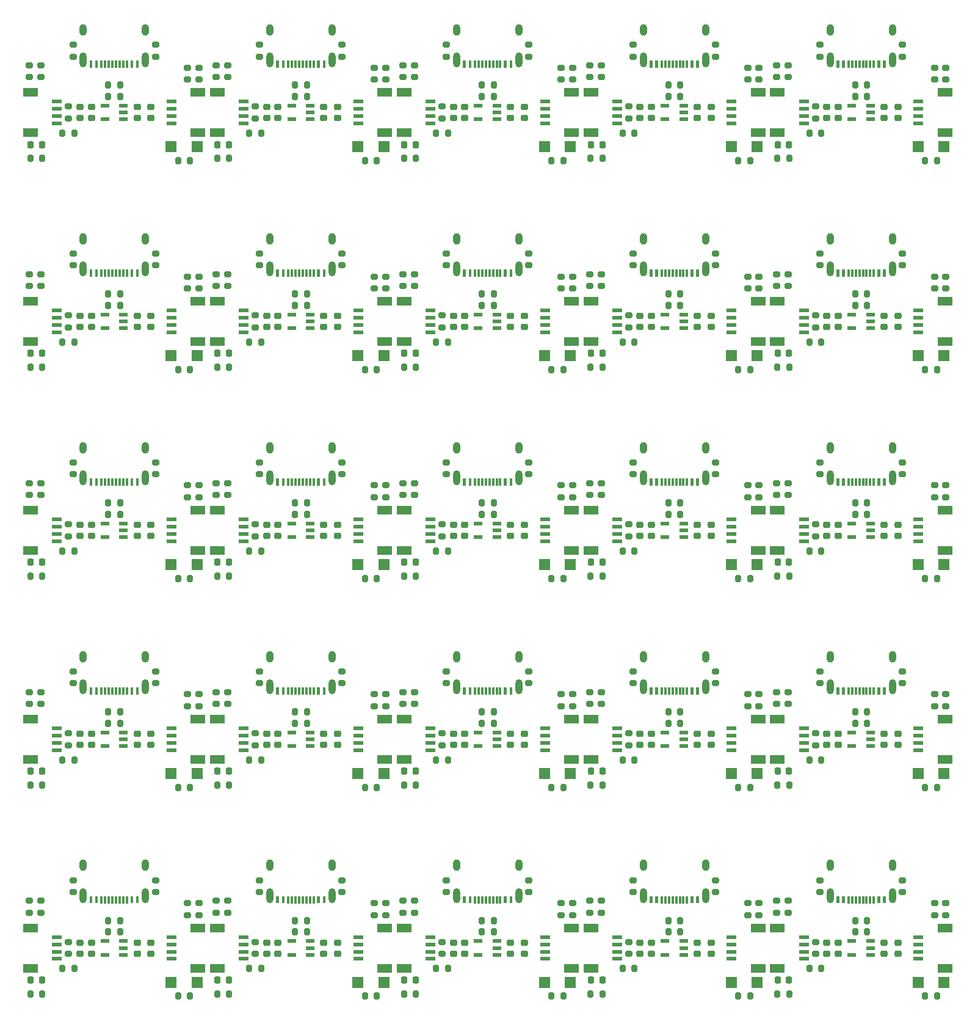
<source format=gtp>
%TF.GenerationSoftware,KiCad,Pcbnew,9.0.1*%
%TF.CreationDate,2025-09-09T14:55:51-06:00*%
%TF.ProjectId,SparkFun_Qwiic_Fingerprint_Sensor_FPC2534_panelized,53706172-6b46-4756-9e5f-51776969635f,v10*%
%TF.SameCoordinates,Original*%
%TF.FileFunction,Paste,Top*%
%TF.FilePolarity,Positive*%
%FSLAX46Y46*%
G04 Gerber Fmt 4.6, Leading zero omitted, Abs format (unit mm)*
G04 Created by KiCad (PCBNEW 9.0.1) date 2025-09-09 14:55:51*
%MOMM*%
%LPD*%
G01*
G04 APERTURE LIST*
G04 Aperture macros list*
%AMRoundRect*
0 Rectangle with rounded corners*
0 $1 Rounding radius*
0 $2 $3 $4 $5 $6 $7 $8 $9 X,Y pos of 4 corners*
0 Add a 4 corners polygon primitive as box body*
4,1,4,$2,$3,$4,$5,$6,$7,$8,$9,$2,$3,0*
0 Add four circle primitives for the rounded corners*
1,1,$1+$1,$2,$3*
1,1,$1+$1,$4,$5*
1,1,$1+$1,$6,$7*
1,1,$1+$1,$8,$9*
0 Add four rect primitives between the rounded corners*
20,1,$1+$1,$2,$3,$4,$5,0*
20,1,$1+$1,$4,$5,$6,$7,0*
20,1,$1+$1,$6,$7,$8,$9,0*
20,1,$1+$1,$8,$9,$2,$3,0*%
G04 Aperture macros list end*
%ADD10C,0.000000*%
%ADD11RoundRect,0.225000X0.250000X-0.225000X0.250000X0.225000X-0.250000X0.225000X-0.250000X-0.225000X0*%
%ADD12RoundRect,0.200000X-0.275000X0.200000X-0.275000X-0.200000X0.275000X-0.200000X0.275000X0.200000X0*%
%ADD13RoundRect,0.200000X0.200000X0.275000X-0.200000X0.275000X-0.200000X-0.275000X0.200000X-0.275000X0*%
%ADD14RoundRect,0.200000X-0.200000X-0.275000X0.200000X-0.275000X0.200000X0.275000X-0.200000X0.275000X0*%
%ADD15RoundRect,0.200000X0.275000X-0.200000X0.275000X0.200000X-0.275000X0.200000X-0.275000X-0.200000X0*%
%ADD16R,1.500000X1.600000*%
%ADD17R,1.350000X0.600000*%
%ADD18R,2.000000X1.200000*%
%ADD19R,0.300000X1.000000*%
%ADD20O,1.000000X1.600000*%
%ADD21O,1.000000X2.100000*%
%ADD22R,1.200000X0.550000*%
%ADD23RoundRect,0.218750X-0.218750X-0.256250X0.218750X-0.256250X0.218750X0.256250X-0.218750X0.256250X0*%
G04 APERTURE END LIST*
D10*
%TO.C,J4*%
G36*
X113275000Y134692000D02*
G01*
X112875000Y134692000D01*
X112875000Y135692000D01*
X113275000Y135692000D01*
X113275000Y134692000D01*
G37*
G36*
X114050000Y134692000D02*
G01*
X113650000Y134692000D01*
X113650000Y135692000D01*
X114050000Y135692000D01*
X114050000Y134692000D01*
G37*
G36*
X118950000Y134692000D02*
G01*
X118550000Y134692000D01*
X118550000Y135692000D01*
X118950000Y135692000D01*
X118950000Y134692000D01*
G37*
G36*
X119725000Y134692000D02*
G01*
X119325000Y134692000D01*
X119325000Y135692000D01*
X119725000Y135692000D01*
X119725000Y134692000D01*
G37*
G36*
X113275000Y105744000D02*
G01*
X112875000Y105744000D01*
X112875000Y106744000D01*
X113275000Y106744000D01*
X113275000Y105744000D01*
G37*
G36*
X114050000Y105744000D02*
G01*
X113650000Y105744000D01*
X113650000Y106744000D01*
X114050000Y106744000D01*
X114050000Y105744000D01*
G37*
G36*
X118950000Y105744000D02*
G01*
X118550000Y105744000D01*
X118550000Y106744000D01*
X118950000Y106744000D01*
X118950000Y105744000D01*
G37*
G36*
X119725000Y105744000D02*
G01*
X119325000Y105744000D01*
X119325000Y106744000D01*
X119725000Y106744000D01*
X119725000Y105744000D01*
G37*
G36*
X113275000Y76796000D02*
G01*
X112875000Y76796000D01*
X112875000Y77796000D01*
X113275000Y77796000D01*
X113275000Y76796000D01*
G37*
G36*
X114050000Y76796000D02*
G01*
X113650000Y76796000D01*
X113650000Y77796000D01*
X114050000Y77796000D01*
X114050000Y76796000D01*
G37*
G36*
X118950000Y76796000D02*
G01*
X118550000Y76796000D01*
X118550000Y77796000D01*
X118950000Y77796000D01*
X118950000Y76796000D01*
G37*
G36*
X119725000Y76796000D02*
G01*
X119325000Y76796000D01*
X119325000Y77796000D01*
X119725000Y77796000D01*
X119725000Y76796000D01*
G37*
G36*
X113275000Y47848000D02*
G01*
X112875000Y47848000D01*
X112875000Y48848000D01*
X113275000Y48848000D01*
X113275000Y47848000D01*
G37*
G36*
X114050000Y47848000D02*
G01*
X113650000Y47848000D01*
X113650000Y48848000D01*
X114050000Y48848000D01*
X114050000Y47848000D01*
G37*
G36*
X118950000Y47848000D02*
G01*
X118550000Y47848000D01*
X118550000Y48848000D01*
X118950000Y48848000D01*
X118950000Y47848000D01*
G37*
G36*
X119725000Y47848000D02*
G01*
X119325000Y47848000D01*
X119325000Y48848000D01*
X119725000Y48848000D01*
X119725000Y47848000D01*
G37*
G36*
X113275000Y18900000D02*
G01*
X112875000Y18900000D01*
X112875000Y19900000D01*
X113275000Y19900000D01*
X113275000Y18900000D01*
G37*
G36*
X114050000Y18900000D02*
G01*
X113650000Y18900000D01*
X113650000Y19900000D01*
X114050000Y19900000D01*
X114050000Y18900000D01*
G37*
G36*
X118950000Y18900000D02*
G01*
X118550000Y18900000D01*
X118550000Y19900000D01*
X118950000Y19900000D01*
X118950000Y18900000D01*
G37*
G36*
X119725000Y18900000D02*
G01*
X119325000Y18900000D01*
X119325000Y19900000D01*
X119725000Y19900000D01*
X119725000Y18900000D01*
G37*
G36*
X87375000Y134692000D02*
G01*
X86975000Y134692000D01*
X86975000Y135692000D01*
X87375000Y135692000D01*
X87375000Y134692000D01*
G37*
G36*
X88150000Y134692000D02*
G01*
X87750000Y134692000D01*
X87750000Y135692000D01*
X88150000Y135692000D01*
X88150000Y134692000D01*
G37*
G36*
X93050000Y134692000D02*
G01*
X92650000Y134692000D01*
X92650000Y135692000D01*
X93050000Y135692000D01*
X93050000Y134692000D01*
G37*
G36*
X93825000Y134692000D02*
G01*
X93425000Y134692000D01*
X93425000Y135692000D01*
X93825000Y135692000D01*
X93825000Y134692000D01*
G37*
G36*
X87375000Y105744000D02*
G01*
X86975000Y105744000D01*
X86975000Y106744000D01*
X87375000Y106744000D01*
X87375000Y105744000D01*
G37*
G36*
X88150000Y105744000D02*
G01*
X87750000Y105744000D01*
X87750000Y106744000D01*
X88150000Y106744000D01*
X88150000Y105744000D01*
G37*
G36*
X93050000Y105744000D02*
G01*
X92650000Y105744000D01*
X92650000Y106744000D01*
X93050000Y106744000D01*
X93050000Y105744000D01*
G37*
G36*
X93825000Y105744000D02*
G01*
X93425000Y105744000D01*
X93425000Y106744000D01*
X93825000Y106744000D01*
X93825000Y105744000D01*
G37*
G36*
X87375000Y76796000D02*
G01*
X86975000Y76796000D01*
X86975000Y77796000D01*
X87375000Y77796000D01*
X87375000Y76796000D01*
G37*
G36*
X88150000Y76796000D02*
G01*
X87750000Y76796000D01*
X87750000Y77796000D01*
X88150000Y77796000D01*
X88150000Y76796000D01*
G37*
G36*
X93050000Y76796000D02*
G01*
X92650000Y76796000D01*
X92650000Y77796000D01*
X93050000Y77796000D01*
X93050000Y76796000D01*
G37*
G36*
X93825000Y76796000D02*
G01*
X93425000Y76796000D01*
X93425000Y77796000D01*
X93825000Y77796000D01*
X93825000Y76796000D01*
G37*
G36*
X87375000Y47848000D02*
G01*
X86975000Y47848000D01*
X86975000Y48848000D01*
X87375000Y48848000D01*
X87375000Y47848000D01*
G37*
G36*
X88150000Y47848000D02*
G01*
X87750000Y47848000D01*
X87750000Y48848000D01*
X88150000Y48848000D01*
X88150000Y47848000D01*
G37*
G36*
X93050000Y47848000D02*
G01*
X92650000Y47848000D01*
X92650000Y48848000D01*
X93050000Y48848000D01*
X93050000Y47848000D01*
G37*
G36*
X93825000Y47848000D02*
G01*
X93425000Y47848000D01*
X93425000Y48848000D01*
X93825000Y48848000D01*
X93825000Y47848000D01*
G37*
G36*
X87375000Y18900000D02*
G01*
X86975000Y18900000D01*
X86975000Y19900000D01*
X87375000Y19900000D01*
X87375000Y18900000D01*
G37*
G36*
X88150000Y18900000D02*
G01*
X87750000Y18900000D01*
X87750000Y19900000D01*
X88150000Y19900000D01*
X88150000Y18900000D01*
G37*
G36*
X93050000Y18900000D02*
G01*
X92650000Y18900000D01*
X92650000Y19900000D01*
X93050000Y19900000D01*
X93050000Y18900000D01*
G37*
G36*
X93825000Y18900000D02*
G01*
X93425000Y18900000D01*
X93425000Y19900000D01*
X93825000Y19900000D01*
X93825000Y18900000D01*
G37*
G36*
X61475000Y134692000D02*
G01*
X61075000Y134692000D01*
X61075000Y135692000D01*
X61475000Y135692000D01*
X61475000Y134692000D01*
G37*
G36*
X62250000Y134692000D02*
G01*
X61850000Y134692000D01*
X61850000Y135692000D01*
X62250000Y135692000D01*
X62250000Y134692000D01*
G37*
G36*
X67150000Y134692000D02*
G01*
X66750000Y134692000D01*
X66750000Y135692000D01*
X67150000Y135692000D01*
X67150000Y134692000D01*
G37*
G36*
X67925000Y134692000D02*
G01*
X67525000Y134692000D01*
X67525000Y135692000D01*
X67925000Y135692000D01*
X67925000Y134692000D01*
G37*
G36*
X61475000Y105744000D02*
G01*
X61075000Y105744000D01*
X61075000Y106744000D01*
X61475000Y106744000D01*
X61475000Y105744000D01*
G37*
G36*
X62250000Y105744000D02*
G01*
X61850000Y105744000D01*
X61850000Y106744000D01*
X62250000Y106744000D01*
X62250000Y105744000D01*
G37*
G36*
X67150000Y105744000D02*
G01*
X66750000Y105744000D01*
X66750000Y106744000D01*
X67150000Y106744000D01*
X67150000Y105744000D01*
G37*
G36*
X67925000Y105744000D02*
G01*
X67525000Y105744000D01*
X67525000Y106744000D01*
X67925000Y106744000D01*
X67925000Y105744000D01*
G37*
G36*
X61475000Y76796000D02*
G01*
X61075000Y76796000D01*
X61075000Y77796000D01*
X61475000Y77796000D01*
X61475000Y76796000D01*
G37*
G36*
X62250000Y76796000D02*
G01*
X61850000Y76796000D01*
X61850000Y77796000D01*
X62250000Y77796000D01*
X62250000Y76796000D01*
G37*
G36*
X67150000Y76796000D02*
G01*
X66750000Y76796000D01*
X66750000Y77796000D01*
X67150000Y77796000D01*
X67150000Y76796000D01*
G37*
G36*
X67925000Y76796000D02*
G01*
X67525000Y76796000D01*
X67525000Y77796000D01*
X67925000Y77796000D01*
X67925000Y76796000D01*
G37*
G36*
X61475000Y47848000D02*
G01*
X61075000Y47848000D01*
X61075000Y48848000D01*
X61475000Y48848000D01*
X61475000Y47848000D01*
G37*
G36*
X62250000Y47848000D02*
G01*
X61850000Y47848000D01*
X61850000Y48848000D01*
X62250000Y48848000D01*
X62250000Y47848000D01*
G37*
G36*
X67150000Y47848000D02*
G01*
X66750000Y47848000D01*
X66750000Y48848000D01*
X67150000Y48848000D01*
X67150000Y47848000D01*
G37*
G36*
X67925000Y47848000D02*
G01*
X67525000Y47848000D01*
X67525000Y48848000D01*
X67925000Y48848000D01*
X67925000Y47848000D01*
G37*
G36*
X61475000Y18900000D02*
G01*
X61075000Y18900000D01*
X61075000Y19900000D01*
X61475000Y19900000D01*
X61475000Y18900000D01*
G37*
G36*
X62250000Y18900000D02*
G01*
X61850000Y18900000D01*
X61850000Y19900000D01*
X62250000Y19900000D01*
X62250000Y18900000D01*
G37*
G36*
X67150000Y18900000D02*
G01*
X66750000Y18900000D01*
X66750000Y19900000D01*
X67150000Y19900000D01*
X67150000Y18900000D01*
G37*
G36*
X67925000Y18900000D02*
G01*
X67525000Y18900000D01*
X67525000Y19900000D01*
X67925000Y19900000D01*
X67925000Y18900000D01*
G37*
G36*
X35575000Y134692000D02*
G01*
X35175000Y134692000D01*
X35175000Y135692000D01*
X35575000Y135692000D01*
X35575000Y134692000D01*
G37*
G36*
X36350000Y134692000D02*
G01*
X35950000Y134692000D01*
X35950000Y135692000D01*
X36350000Y135692000D01*
X36350000Y134692000D01*
G37*
G36*
X41250000Y134692000D02*
G01*
X40850000Y134692000D01*
X40850000Y135692000D01*
X41250000Y135692000D01*
X41250000Y134692000D01*
G37*
G36*
X42025000Y134692000D02*
G01*
X41625000Y134692000D01*
X41625000Y135692000D01*
X42025000Y135692000D01*
X42025000Y134692000D01*
G37*
G36*
X35575000Y105744000D02*
G01*
X35175000Y105744000D01*
X35175000Y106744000D01*
X35575000Y106744000D01*
X35575000Y105744000D01*
G37*
G36*
X36350000Y105744000D02*
G01*
X35950000Y105744000D01*
X35950000Y106744000D01*
X36350000Y106744000D01*
X36350000Y105744000D01*
G37*
G36*
X41250000Y105744000D02*
G01*
X40850000Y105744000D01*
X40850000Y106744000D01*
X41250000Y106744000D01*
X41250000Y105744000D01*
G37*
G36*
X42025000Y105744000D02*
G01*
X41625000Y105744000D01*
X41625000Y106744000D01*
X42025000Y106744000D01*
X42025000Y105744000D01*
G37*
G36*
X35575000Y76796000D02*
G01*
X35175000Y76796000D01*
X35175000Y77796000D01*
X35575000Y77796000D01*
X35575000Y76796000D01*
G37*
G36*
X36350000Y76796000D02*
G01*
X35950000Y76796000D01*
X35950000Y77796000D01*
X36350000Y77796000D01*
X36350000Y76796000D01*
G37*
G36*
X41250000Y76796000D02*
G01*
X40850000Y76796000D01*
X40850000Y77796000D01*
X41250000Y77796000D01*
X41250000Y76796000D01*
G37*
G36*
X42025000Y76796000D02*
G01*
X41625000Y76796000D01*
X41625000Y77796000D01*
X42025000Y77796000D01*
X42025000Y76796000D01*
G37*
G36*
X35575000Y47848000D02*
G01*
X35175000Y47848000D01*
X35175000Y48848000D01*
X35575000Y48848000D01*
X35575000Y47848000D01*
G37*
G36*
X36350000Y47848000D02*
G01*
X35950000Y47848000D01*
X35950000Y48848000D01*
X36350000Y48848000D01*
X36350000Y47848000D01*
G37*
G36*
X41250000Y47848000D02*
G01*
X40850000Y47848000D01*
X40850000Y48848000D01*
X41250000Y48848000D01*
X41250000Y47848000D01*
G37*
G36*
X42025000Y47848000D02*
G01*
X41625000Y47848000D01*
X41625000Y48848000D01*
X42025000Y48848000D01*
X42025000Y47848000D01*
G37*
G36*
X35575000Y18900000D02*
G01*
X35175000Y18900000D01*
X35175000Y19900000D01*
X35575000Y19900000D01*
X35575000Y18900000D01*
G37*
G36*
X36350000Y18900000D02*
G01*
X35950000Y18900000D01*
X35950000Y19900000D01*
X36350000Y19900000D01*
X36350000Y18900000D01*
G37*
G36*
X41250000Y18900000D02*
G01*
X40850000Y18900000D01*
X40850000Y19900000D01*
X41250000Y19900000D01*
X41250000Y18900000D01*
G37*
G36*
X42025000Y18900000D02*
G01*
X41625000Y18900000D01*
X41625000Y19900000D01*
X42025000Y19900000D01*
X42025000Y18900000D01*
G37*
G36*
X9675000Y134692000D02*
G01*
X9275000Y134692000D01*
X9275000Y135692000D01*
X9675000Y135692000D01*
X9675000Y134692000D01*
G37*
G36*
X10450000Y134692000D02*
G01*
X10050000Y134692000D01*
X10050000Y135692000D01*
X10450000Y135692000D01*
X10450000Y134692000D01*
G37*
G36*
X15350000Y134692000D02*
G01*
X14950000Y134692000D01*
X14950000Y135692000D01*
X15350000Y135692000D01*
X15350000Y134692000D01*
G37*
G36*
X16125000Y134692000D02*
G01*
X15725000Y134692000D01*
X15725000Y135692000D01*
X16125000Y135692000D01*
X16125000Y134692000D01*
G37*
G36*
X9675000Y105744000D02*
G01*
X9275000Y105744000D01*
X9275000Y106744000D01*
X9675000Y106744000D01*
X9675000Y105744000D01*
G37*
G36*
X10450000Y105744000D02*
G01*
X10050000Y105744000D01*
X10050000Y106744000D01*
X10450000Y106744000D01*
X10450000Y105744000D01*
G37*
G36*
X15350000Y105744000D02*
G01*
X14950000Y105744000D01*
X14950000Y106744000D01*
X15350000Y106744000D01*
X15350000Y105744000D01*
G37*
G36*
X16125000Y105744000D02*
G01*
X15725000Y105744000D01*
X15725000Y106744000D01*
X16125000Y106744000D01*
X16125000Y105744000D01*
G37*
G36*
X9675000Y76796000D02*
G01*
X9275000Y76796000D01*
X9275000Y77796000D01*
X9675000Y77796000D01*
X9675000Y76796000D01*
G37*
G36*
X10450000Y76796000D02*
G01*
X10050000Y76796000D01*
X10050000Y77796000D01*
X10450000Y77796000D01*
X10450000Y76796000D01*
G37*
G36*
X15350000Y76796000D02*
G01*
X14950000Y76796000D01*
X14950000Y77796000D01*
X15350000Y77796000D01*
X15350000Y76796000D01*
G37*
G36*
X16125000Y76796000D02*
G01*
X15725000Y76796000D01*
X15725000Y77796000D01*
X16125000Y77796000D01*
X16125000Y76796000D01*
G37*
G36*
X9675000Y47848000D02*
G01*
X9275000Y47848000D01*
X9275000Y48848000D01*
X9675000Y48848000D01*
X9675000Y47848000D01*
G37*
G36*
X10450000Y47848000D02*
G01*
X10050000Y47848000D01*
X10050000Y48848000D01*
X10450000Y48848000D01*
X10450000Y47848000D01*
G37*
G36*
X15350000Y47848000D02*
G01*
X14950000Y47848000D01*
X14950000Y48848000D01*
X15350000Y48848000D01*
X15350000Y47848000D01*
G37*
G36*
X16125000Y47848000D02*
G01*
X15725000Y47848000D01*
X15725000Y48848000D01*
X16125000Y48848000D01*
X16125000Y47848000D01*
G37*
G36*
X9675000Y18900000D02*
G01*
X9275000Y18900000D01*
X9275000Y19900000D01*
X9675000Y19900000D01*
X9675000Y18900000D01*
G37*
G36*
X10450000Y18900000D02*
G01*
X10050000Y18900000D01*
X10050000Y19900000D01*
X10450000Y19900000D01*
X10450000Y18900000D01*
G37*
G36*
X15350000Y18900000D02*
G01*
X14950000Y18900000D01*
X14950000Y19900000D01*
X15350000Y19900000D01*
X15350000Y18900000D01*
G37*
G36*
X16125000Y18900000D02*
G01*
X15725000Y18900000D01*
X15725000Y19900000D01*
X16125000Y19900000D01*
X16125000Y18900000D01*
G37*
%TD*%
D11*
%TO.C,C3*%
X121380000Y127717000D03*
X121380000Y129267000D03*
%TD*%
%TO.C,C3*%
X121380000Y98769000D03*
X121380000Y100319000D03*
%TD*%
%TO.C,C3*%
X121380000Y69821000D03*
X121380000Y71371000D03*
%TD*%
%TO.C,C3*%
X121380000Y40873000D03*
X121380000Y42423000D03*
%TD*%
%TO.C,C3*%
X121380000Y11925000D03*
X121380000Y13475000D03*
%TD*%
%TO.C,C3*%
X95480000Y127717000D03*
X95480000Y129267000D03*
%TD*%
%TO.C,C3*%
X95480000Y98769000D03*
X95480000Y100319000D03*
%TD*%
%TO.C,C3*%
X95480000Y69821000D03*
X95480000Y71371000D03*
%TD*%
%TO.C,C3*%
X95480000Y40873000D03*
X95480000Y42423000D03*
%TD*%
%TO.C,C3*%
X95480000Y11925000D03*
X95480000Y13475000D03*
%TD*%
%TO.C,C3*%
X69580000Y127717000D03*
X69580000Y129267000D03*
%TD*%
%TO.C,C3*%
X69580000Y98769000D03*
X69580000Y100319000D03*
%TD*%
%TO.C,C3*%
X69580000Y69821000D03*
X69580000Y71371000D03*
%TD*%
%TO.C,C3*%
X69580000Y40873000D03*
X69580000Y42423000D03*
%TD*%
%TO.C,C3*%
X69580000Y11925000D03*
X69580000Y13475000D03*
%TD*%
%TO.C,C3*%
X43680000Y127717000D03*
X43680000Y129267000D03*
%TD*%
%TO.C,C3*%
X43680000Y98769000D03*
X43680000Y100319000D03*
%TD*%
%TO.C,C3*%
X43680000Y69821000D03*
X43680000Y71371000D03*
%TD*%
%TO.C,C3*%
X43680000Y40873000D03*
X43680000Y42423000D03*
%TD*%
%TO.C,C3*%
X43680000Y11925000D03*
X43680000Y13475000D03*
%TD*%
%TO.C,C3*%
X17780000Y127717000D03*
X17780000Y129267000D03*
%TD*%
%TO.C,C3*%
X17780000Y98769000D03*
X17780000Y100319000D03*
%TD*%
%TO.C,C3*%
X17780000Y69821000D03*
X17780000Y71371000D03*
%TD*%
%TO.C,C3*%
X17780000Y40873000D03*
X17780000Y42423000D03*
%TD*%
%TO.C,C2*%
X119475000Y127717000D03*
X119475000Y129267000D03*
%TD*%
%TO.C,C2*%
X119475000Y98769000D03*
X119475000Y100319000D03*
%TD*%
%TO.C,C2*%
X119475000Y69821000D03*
X119475000Y71371000D03*
%TD*%
%TO.C,C2*%
X119475000Y40873000D03*
X119475000Y42423000D03*
%TD*%
%TO.C,C2*%
X119475000Y11925000D03*
X119475000Y13475000D03*
%TD*%
%TO.C,C2*%
X93575000Y127717000D03*
X93575000Y129267000D03*
%TD*%
%TO.C,C2*%
X93575000Y98769000D03*
X93575000Y100319000D03*
%TD*%
%TO.C,C2*%
X93575000Y69821000D03*
X93575000Y71371000D03*
%TD*%
%TO.C,C2*%
X93575000Y40873000D03*
X93575000Y42423000D03*
%TD*%
%TO.C,C2*%
X93575000Y11925000D03*
X93575000Y13475000D03*
%TD*%
%TO.C,C2*%
X67675000Y127717000D03*
X67675000Y129267000D03*
%TD*%
%TO.C,C2*%
X67675000Y98769000D03*
X67675000Y100319000D03*
%TD*%
%TO.C,C2*%
X67675000Y69821000D03*
X67675000Y71371000D03*
%TD*%
%TO.C,C2*%
X67675000Y40873000D03*
X67675000Y42423000D03*
%TD*%
%TO.C,C2*%
X67675000Y11925000D03*
X67675000Y13475000D03*
%TD*%
%TO.C,C2*%
X41775000Y127717000D03*
X41775000Y129267000D03*
%TD*%
%TO.C,C2*%
X41775000Y98769000D03*
X41775000Y100319000D03*
%TD*%
%TO.C,C2*%
X41775000Y69821000D03*
X41775000Y71371000D03*
%TD*%
%TO.C,C2*%
X41775000Y40873000D03*
X41775000Y42423000D03*
%TD*%
%TO.C,C2*%
X41775000Y11925000D03*
X41775000Y13475000D03*
%TD*%
%TO.C,C2*%
X15875000Y127717000D03*
X15875000Y129267000D03*
%TD*%
%TO.C,C2*%
X15875000Y98769000D03*
X15875000Y100319000D03*
%TD*%
%TO.C,C2*%
X15875000Y69821000D03*
X15875000Y71371000D03*
%TD*%
%TO.C,C2*%
X15875000Y40873000D03*
X15875000Y42423000D03*
%TD*%
D12*
%TO.C,R5*%
X104552500Y135032000D03*
X104552500Y133382000D03*
%TD*%
%TO.C,R5*%
X104552500Y106084000D03*
X104552500Y104434000D03*
%TD*%
%TO.C,R5*%
X104552500Y77136000D03*
X104552500Y75486000D03*
%TD*%
%TO.C,R5*%
X104552500Y48188000D03*
X104552500Y46538000D03*
%TD*%
%TO.C,R5*%
X104552500Y19240000D03*
X104552500Y17590000D03*
%TD*%
%TO.C,R5*%
X78652500Y135032000D03*
X78652500Y133382000D03*
%TD*%
%TO.C,R5*%
X78652500Y106084000D03*
X78652500Y104434000D03*
%TD*%
%TO.C,R5*%
X78652500Y77136000D03*
X78652500Y75486000D03*
%TD*%
%TO.C,R5*%
X78652500Y48188000D03*
X78652500Y46538000D03*
%TD*%
%TO.C,R5*%
X78652500Y19240000D03*
X78652500Y17590000D03*
%TD*%
%TO.C,R5*%
X52752500Y135032000D03*
X52752500Y133382000D03*
%TD*%
%TO.C,R5*%
X52752500Y106084000D03*
X52752500Y104434000D03*
%TD*%
%TO.C,R5*%
X52752500Y77136000D03*
X52752500Y75486000D03*
%TD*%
%TO.C,R5*%
X52752500Y48188000D03*
X52752500Y46538000D03*
%TD*%
%TO.C,R5*%
X52752500Y19240000D03*
X52752500Y17590000D03*
%TD*%
%TO.C,R5*%
X26852500Y135032000D03*
X26852500Y133382000D03*
%TD*%
%TO.C,R5*%
X26852500Y106084000D03*
X26852500Y104434000D03*
%TD*%
%TO.C,R5*%
X26852500Y77136000D03*
X26852500Y75486000D03*
%TD*%
%TO.C,R5*%
X26852500Y48188000D03*
X26852500Y46538000D03*
%TD*%
%TO.C,R5*%
X26852500Y19240000D03*
X26852500Y17590000D03*
%TD*%
%TO.C,R5*%
X952500Y135032000D03*
X952500Y133382000D03*
%TD*%
%TO.C,R5*%
X952500Y106084000D03*
X952500Y104434000D03*
%TD*%
%TO.C,R5*%
X952500Y77136000D03*
X952500Y75486000D03*
%TD*%
%TO.C,R5*%
X952500Y48188000D03*
X952500Y46538000D03*
%TD*%
D13*
%TO.C,R10*%
X126808750Y121824500D03*
X125158750Y121824500D03*
%TD*%
%TO.C,R10*%
X126808750Y92876500D03*
X125158750Y92876500D03*
%TD*%
%TO.C,R10*%
X126808750Y63928500D03*
X125158750Y63928500D03*
%TD*%
%TO.C,R10*%
X126808750Y34980500D03*
X125158750Y34980500D03*
%TD*%
%TO.C,R10*%
X126808750Y6032500D03*
X125158750Y6032500D03*
%TD*%
%TO.C,R10*%
X100908750Y121824500D03*
X99258750Y121824500D03*
%TD*%
%TO.C,R10*%
X100908750Y92876500D03*
X99258750Y92876500D03*
%TD*%
%TO.C,R10*%
X100908750Y63928500D03*
X99258750Y63928500D03*
%TD*%
%TO.C,R10*%
X100908750Y34980500D03*
X99258750Y34980500D03*
%TD*%
%TO.C,R10*%
X100908750Y6032500D03*
X99258750Y6032500D03*
%TD*%
%TO.C,R10*%
X75008750Y121824500D03*
X73358750Y121824500D03*
%TD*%
%TO.C,R10*%
X75008750Y92876500D03*
X73358750Y92876500D03*
%TD*%
%TO.C,R10*%
X75008750Y63928500D03*
X73358750Y63928500D03*
%TD*%
%TO.C,R10*%
X75008750Y34980500D03*
X73358750Y34980500D03*
%TD*%
%TO.C,R10*%
X75008750Y6032500D03*
X73358750Y6032500D03*
%TD*%
%TO.C,R10*%
X49108750Y121824500D03*
X47458750Y121824500D03*
%TD*%
%TO.C,R10*%
X49108750Y92876500D03*
X47458750Y92876500D03*
%TD*%
%TO.C,R10*%
X49108750Y63928500D03*
X47458750Y63928500D03*
%TD*%
%TO.C,R10*%
X49108750Y34980500D03*
X47458750Y34980500D03*
%TD*%
%TO.C,R10*%
X49108750Y6032500D03*
X47458750Y6032500D03*
%TD*%
%TO.C,R10*%
X23208750Y121824500D03*
X21558750Y121824500D03*
%TD*%
%TO.C,R10*%
X23208750Y92876500D03*
X21558750Y92876500D03*
%TD*%
%TO.C,R10*%
X23208750Y63928500D03*
X21558750Y63928500D03*
%TD*%
%TO.C,R10*%
X23208750Y34980500D03*
X21558750Y34980500D03*
%TD*%
D14*
%TO.C,R3*%
X104680000Y122142000D03*
X106330000Y122142000D03*
%TD*%
%TO.C,R3*%
X104680000Y93194000D03*
X106330000Y93194000D03*
%TD*%
%TO.C,R3*%
X104680000Y64246000D03*
X106330000Y64246000D03*
%TD*%
%TO.C,R3*%
X104680000Y35298000D03*
X106330000Y35298000D03*
%TD*%
%TO.C,R3*%
X104680000Y6350000D03*
X106330000Y6350000D03*
%TD*%
%TO.C,R3*%
X78780000Y122142000D03*
X80430000Y122142000D03*
%TD*%
%TO.C,R3*%
X78780000Y93194000D03*
X80430000Y93194000D03*
%TD*%
%TO.C,R3*%
X78780000Y64246000D03*
X80430000Y64246000D03*
%TD*%
%TO.C,R3*%
X78780000Y35298000D03*
X80430000Y35298000D03*
%TD*%
%TO.C,R3*%
X78780000Y6350000D03*
X80430000Y6350000D03*
%TD*%
%TO.C,R3*%
X52880000Y122142000D03*
X54530000Y122142000D03*
%TD*%
%TO.C,R3*%
X52880000Y93194000D03*
X54530000Y93194000D03*
%TD*%
%TO.C,R3*%
X52880000Y64246000D03*
X54530000Y64246000D03*
%TD*%
%TO.C,R3*%
X52880000Y35298000D03*
X54530000Y35298000D03*
%TD*%
%TO.C,R3*%
X52880000Y6350000D03*
X54530000Y6350000D03*
%TD*%
%TO.C,R3*%
X26980000Y122142000D03*
X28630000Y122142000D03*
%TD*%
%TO.C,R3*%
X26980000Y93194000D03*
X28630000Y93194000D03*
%TD*%
%TO.C,R3*%
X26980000Y64246000D03*
X28630000Y64246000D03*
%TD*%
%TO.C,R3*%
X26980000Y35298000D03*
X28630000Y35298000D03*
%TD*%
%TO.C,R3*%
X26980000Y6350000D03*
X28630000Y6350000D03*
%TD*%
%TO.C,R3*%
X1080000Y122142000D03*
X2730000Y122142000D03*
%TD*%
%TO.C,R3*%
X1080000Y93194000D03*
X2730000Y93194000D03*
%TD*%
%TO.C,R3*%
X1080000Y64246000D03*
X2730000Y64246000D03*
%TD*%
%TO.C,R3*%
X1080000Y35298000D03*
X2730000Y35298000D03*
%TD*%
D15*
%TO.C,R4*%
X122015000Y136239500D03*
X122015000Y137889500D03*
%TD*%
%TO.C,R4*%
X122015000Y107291500D03*
X122015000Y108941500D03*
%TD*%
%TO.C,R4*%
X122015000Y78343500D03*
X122015000Y79993500D03*
%TD*%
%TO.C,R4*%
X122015000Y49395500D03*
X122015000Y51045500D03*
%TD*%
%TO.C,R4*%
X122015000Y20447500D03*
X122015000Y22097500D03*
%TD*%
%TO.C,R4*%
X96115000Y136239500D03*
X96115000Y137889500D03*
%TD*%
%TO.C,R4*%
X96115000Y107291500D03*
X96115000Y108941500D03*
%TD*%
%TO.C,R4*%
X96115000Y78343500D03*
X96115000Y79993500D03*
%TD*%
%TO.C,R4*%
X96115000Y49395500D03*
X96115000Y51045500D03*
%TD*%
%TO.C,R4*%
X96115000Y20447500D03*
X96115000Y22097500D03*
%TD*%
%TO.C,R4*%
X70215000Y136239500D03*
X70215000Y137889500D03*
%TD*%
%TO.C,R4*%
X70215000Y107291500D03*
X70215000Y108941500D03*
%TD*%
%TO.C,R4*%
X70215000Y78343500D03*
X70215000Y79993500D03*
%TD*%
%TO.C,R4*%
X70215000Y49395500D03*
X70215000Y51045500D03*
%TD*%
%TO.C,R4*%
X70215000Y20447500D03*
X70215000Y22097500D03*
%TD*%
%TO.C,R4*%
X44315000Y136239500D03*
X44315000Y137889500D03*
%TD*%
%TO.C,R4*%
X44315000Y107291500D03*
X44315000Y108941500D03*
%TD*%
%TO.C,R4*%
X44315000Y78343500D03*
X44315000Y79993500D03*
%TD*%
%TO.C,R4*%
X44315000Y49395500D03*
X44315000Y51045500D03*
%TD*%
%TO.C,R4*%
X44315000Y20447500D03*
X44315000Y22097500D03*
%TD*%
%TO.C,R4*%
X18415000Y136239500D03*
X18415000Y137889500D03*
%TD*%
%TO.C,R4*%
X18415000Y107291500D03*
X18415000Y108941500D03*
%TD*%
%TO.C,R4*%
X18415000Y78343500D03*
X18415000Y79993500D03*
%TD*%
%TO.C,R4*%
X18415000Y49395500D03*
X18415000Y51045500D03*
%TD*%
D13*
%TO.C,R11*%
X110775000Y125634500D03*
X109125000Y125634500D03*
%TD*%
%TO.C,R11*%
X110775000Y96686500D03*
X109125000Y96686500D03*
%TD*%
%TO.C,R11*%
X110775000Y67738500D03*
X109125000Y67738500D03*
%TD*%
%TO.C,R11*%
X110775000Y38790500D03*
X109125000Y38790500D03*
%TD*%
%TO.C,R11*%
X110775000Y9842500D03*
X109125000Y9842500D03*
%TD*%
%TO.C,R11*%
X84875000Y125634500D03*
X83225000Y125634500D03*
%TD*%
%TO.C,R11*%
X84875000Y96686500D03*
X83225000Y96686500D03*
%TD*%
%TO.C,R11*%
X84875000Y67738500D03*
X83225000Y67738500D03*
%TD*%
%TO.C,R11*%
X84875000Y38790500D03*
X83225000Y38790500D03*
%TD*%
%TO.C,R11*%
X84875000Y9842500D03*
X83225000Y9842500D03*
%TD*%
%TO.C,R11*%
X58975000Y125634500D03*
X57325000Y125634500D03*
%TD*%
%TO.C,R11*%
X58975000Y96686500D03*
X57325000Y96686500D03*
%TD*%
%TO.C,R11*%
X58975000Y67738500D03*
X57325000Y67738500D03*
%TD*%
%TO.C,R11*%
X58975000Y38790500D03*
X57325000Y38790500D03*
%TD*%
%TO.C,R11*%
X58975000Y9842500D03*
X57325000Y9842500D03*
%TD*%
%TO.C,R11*%
X33075000Y125634500D03*
X31425000Y125634500D03*
%TD*%
%TO.C,R11*%
X33075000Y96686500D03*
X31425000Y96686500D03*
%TD*%
%TO.C,R11*%
X33075000Y67738500D03*
X31425000Y67738500D03*
%TD*%
%TO.C,R11*%
X33075000Y38790500D03*
X31425000Y38790500D03*
%TD*%
%TO.C,R11*%
X33075000Y9842500D03*
X31425000Y9842500D03*
%TD*%
%TO.C,R11*%
X7175000Y125634500D03*
X5525000Y125634500D03*
%TD*%
%TO.C,R11*%
X7175000Y96686500D03*
X5525000Y96686500D03*
%TD*%
%TO.C,R11*%
X7175000Y67738500D03*
X5525000Y67738500D03*
%TD*%
%TO.C,R11*%
X7175000Y38790500D03*
X5525000Y38790500D03*
%TD*%
D12*
%TO.C,R8*%
X128047500Y134714500D03*
X128047500Y133064500D03*
%TD*%
%TO.C,R8*%
X128047500Y105766500D03*
X128047500Y104116500D03*
%TD*%
%TO.C,R8*%
X128047500Y76818500D03*
X128047500Y75168500D03*
%TD*%
%TO.C,R8*%
X128047500Y47870500D03*
X128047500Y46220500D03*
%TD*%
%TO.C,R8*%
X128047500Y18922500D03*
X128047500Y17272500D03*
%TD*%
%TO.C,R8*%
X102147500Y134714500D03*
X102147500Y133064500D03*
%TD*%
%TO.C,R8*%
X102147500Y105766500D03*
X102147500Y104116500D03*
%TD*%
%TO.C,R8*%
X102147500Y76818500D03*
X102147500Y75168500D03*
%TD*%
%TO.C,R8*%
X102147500Y47870500D03*
X102147500Y46220500D03*
%TD*%
%TO.C,R8*%
X102147500Y18922500D03*
X102147500Y17272500D03*
%TD*%
%TO.C,R8*%
X76247500Y134714500D03*
X76247500Y133064500D03*
%TD*%
%TO.C,R8*%
X76247500Y105766500D03*
X76247500Y104116500D03*
%TD*%
%TO.C,R8*%
X76247500Y76818500D03*
X76247500Y75168500D03*
%TD*%
%TO.C,R8*%
X76247500Y47870500D03*
X76247500Y46220500D03*
%TD*%
%TO.C,R8*%
X76247500Y18922500D03*
X76247500Y17272500D03*
%TD*%
%TO.C,R8*%
X50347500Y134714500D03*
X50347500Y133064500D03*
%TD*%
%TO.C,R8*%
X50347500Y105766500D03*
X50347500Y104116500D03*
%TD*%
%TO.C,R8*%
X50347500Y76818500D03*
X50347500Y75168500D03*
%TD*%
%TO.C,R8*%
X50347500Y47870500D03*
X50347500Y46220500D03*
%TD*%
%TO.C,R8*%
X50347500Y18922500D03*
X50347500Y17272500D03*
%TD*%
%TO.C,R8*%
X24447500Y134714500D03*
X24447500Y133064500D03*
%TD*%
%TO.C,R8*%
X24447500Y105766500D03*
X24447500Y104116500D03*
%TD*%
%TO.C,R8*%
X24447500Y76818500D03*
X24447500Y75168500D03*
%TD*%
%TO.C,R8*%
X24447500Y47870500D03*
X24447500Y46220500D03*
%TD*%
D16*
%TO.C,D2*%
X127783750Y123729500D03*
X124183750Y123729500D03*
%TD*%
%TO.C,D2*%
X127783750Y94781500D03*
X124183750Y94781500D03*
%TD*%
%TO.C,D2*%
X127783750Y65833500D03*
X124183750Y65833500D03*
%TD*%
%TO.C,D2*%
X127783750Y36885500D03*
X124183750Y36885500D03*
%TD*%
%TO.C,D2*%
X127783750Y7937500D03*
X124183750Y7937500D03*
%TD*%
%TO.C,D2*%
X101883750Y123729500D03*
X98283750Y123729500D03*
%TD*%
%TO.C,D2*%
X101883750Y94781500D03*
X98283750Y94781500D03*
%TD*%
%TO.C,D2*%
X101883750Y65833500D03*
X98283750Y65833500D03*
%TD*%
%TO.C,D2*%
X101883750Y36885500D03*
X98283750Y36885500D03*
%TD*%
%TO.C,D2*%
X101883750Y7937500D03*
X98283750Y7937500D03*
%TD*%
%TO.C,D2*%
X75983750Y123729500D03*
X72383750Y123729500D03*
%TD*%
%TO.C,D2*%
X75983750Y94781500D03*
X72383750Y94781500D03*
%TD*%
%TO.C,D2*%
X75983750Y65833500D03*
X72383750Y65833500D03*
%TD*%
%TO.C,D2*%
X75983750Y36885500D03*
X72383750Y36885500D03*
%TD*%
%TO.C,D2*%
X75983750Y7937500D03*
X72383750Y7937500D03*
%TD*%
%TO.C,D2*%
X50083750Y123729500D03*
X46483750Y123729500D03*
%TD*%
%TO.C,D2*%
X50083750Y94781500D03*
X46483750Y94781500D03*
%TD*%
%TO.C,D2*%
X50083750Y65833500D03*
X46483750Y65833500D03*
%TD*%
%TO.C,D2*%
X50083750Y36885500D03*
X46483750Y36885500D03*
%TD*%
%TO.C,D2*%
X50083750Y7937500D03*
X46483750Y7937500D03*
%TD*%
%TO.C,D2*%
X24183750Y123729500D03*
X20583750Y123729500D03*
%TD*%
%TO.C,D2*%
X24183750Y94781500D03*
X20583750Y94781500D03*
%TD*%
%TO.C,D2*%
X24183750Y65833500D03*
X20583750Y65833500D03*
%TD*%
%TO.C,D2*%
X24183750Y36885500D03*
X20583750Y36885500D03*
%TD*%
D15*
%TO.C,R12*%
X109950000Y127667000D03*
X109950000Y129317000D03*
%TD*%
%TO.C,R12*%
X109950000Y98719000D03*
X109950000Y100369000D03*
%TD*%
%TO.C,R12*%
X109950000Y69771000D03*
X109950000Y71421000D03*
%TD*%
%TO.C,R12*%
X109950000Y40823000D03*
X109950000Y42473000D03*
%TD*%
%TO.C,R12*%
X109950000Y11875000D03*
X109950000Y13525000D03*
%TD*%
%TO.C,R12*%
X84050000Y127667000D03*
X84050000Y129317000D03*
%TD*%
%TO.C,R12*%
X84050000Y98719000D03*
X84050000Y100369000D03*
%TD*%
%TO.C,R12*%
X84050000Y69771000D03*
X84050000Y71421000D03*
%TD*%
%TO.C,R12*%
X84050000Y40823000D03*
X84050000Y42473000D03*
%TD*%
%TO.C,R12*%
X84050000Y11875000D03*
X84050000Y13525000D03*
%TD*%
%TO.C,R12*%
X58150000Y127667000D03*
X58150000Y129317000D03*
%TD*%
%TO.C,R12*%
X58150000Y98719000D03*
X58150000Y100369000D03*
%TD*%
%TO.C,R12*%
X58150000Y69771000D03*
X58150000Y71421000D03*
%TD*%
%TO.C,R12*%
X58150000Y40823000D03*
X58150000Y42473000D03*
%TD*%
%TO.C,R12*%
X58150000Y11875000D03*
X58150000Y13525000D03*
%TD*%
%TO.C,R12*%
X32250000Y127667000D03*
X32250000Y129317000D03*
%TD*%
%TO.C,R12*%
X32250000Y98719000D03*
X32250000Y100369000D03*
%TD*%
%TO.C,R12*%
X32250000Y69771000D03*
X32250000Y71421000D03*
%TD*%
%TO.C,R12*%
X32250000Y40823000D03*
X32250000Y42473000D03*
%TD*%
%TO.C,R12*%
X32250000Y11875000D03*
X32250000Y13525000D03*
%TD*%
%TO.C,R12*%
X6350000Y127667000D03*
X6350000Y129317000D03*
%TD*%
%TO.C,R12*%
X6350000Y98719000D03*
X6350000Y100369000D03*
%TD*%
%TO.C,R12*%
X6350000Y69771000D03*
X6350000Y71421000D03*
%TD*%
%TO.C,R12*%
X6350000Y40823000D03*
X6350000Y42473000D03*
%TD*%
D17*
%TO.C,J2*%
X108362500Y129992000D03*
X108362500Y128992000D03*
X108362500Y127992000D03*
X108362500Y126992000D03*
D18*
X104687500Y125692000D03*
X104687500Y131292000D03*
%TD*%
D17*
%TO.C,J2*%
X108362500Y101044000D03*
X108362500Y100044000D03*
X108362500Y99044000D03*
X108362500Y98044000D03*
D18*
X104687500Y96744000D03*
X104687500Y102344000D03*
%TD*%
D17*
%TO.C,J2*%
X108362500Y72096000D03*
X108362500Y71096000D03*
X108362500Y70096000D03*
X108362500Y69096000D03*
D18*
X104687500Y67796000D03*
X104687500Y73396000D03*
%TD*%
D17*
%TO.C,J2*%
X108362500Y43148000D03*
X108362500Y42148000D03*
X108362500Y41148000D03*
X108362500Y40148000D03*
D18*
X104687500Y38848000D03*
X104687500Y44448000D03*
%TD*%
D17*
%TO.C,J2*%
X108362500Y14200000D03*
X108362500Y13200000D03*
X108362500Y12200000D03*
X108362500Y11200000D03*
D18*
X104687500Y9900000D03*
X104687500Y15500000D03*
%TD*%
D17*
%TO.C,J2*%
X82462500Y129992000D03*
X82462500Y128992000D03*
X82462500Y127992000D03*
X82462500Y126992000D03*
D18*
X78787500Y125692000D03*
X78787500Y131292000D03*
%TD*%
D17*
%TO.C,J2*%
X82462500Y101044000D03*
X82462500Y100044000D03*
X82462500Y99044000D03*
X82462500Y98044000D03*
D18*
X78787500Y96744000D03*
X78787500Y102344000D03*
%TD*%
D17*
%TO.C,J2*%
X82462500Y72096000D03*
X82462500Y71096000D03*
X82462500Y70096000D03*
X82462500Y69096000D03*
D18*
X78787500Y67796000D03*
X78787500Y73396000D03*
%TD*%
D17*
%TO.C,J2*%
X82462500Y43148000D03*
X82462500Y42148000D03*
X82462500Y41148000D03*
X82462500Y40148000D03*
D18*
X78787500Y38848000D03*
X78787500Y44448000D03*
%TD*%
D17*
%TO.C,J2*%
X82462500Y14200000D03*
X82462500Y13200000D03*
X82462500Y12200000D03*
X82462500Y11200000D03*
D18*
X78787500Y9900000D03*
X78787500Y15500000D03*
%TD*%
D17*
%TO.C,J2*%
X56562500Y129992000D03*
X56562500Y128992000D03*
X56562500Y127992000D03*
X56562500Y126992000D03*
D18*
X52887500Y125692000D03*
X52887500Y131292000D03*
%TD*%
D17*
%TO.C,J2*%
X56562500Y101044000D03*
X56562500Y100044000D03*
X56562500Y99044000D03*
X56562500Y98044000D03*
D18*
X52887500Y96744000D03*
X52887500Y102344000D03*
%TD*%
D17*
%TO.C,J2*%
X56562500Y72096000D03*
X56562500Y71096000D03*
X56562500Y70096000D03*
X56562500Y69096000D03*
D18*
X52887500Y67796000D03*
X52887500Y73396000D03*
%TD*%
D17*
%TO.C,J2*%
X56562500Y43148000D03*
X56562500Y42148000D03*
X56562500Y41148000D03*
X56562500Y40148000D03*
D18*
X52887500Y38848000D03*
X52887500Y44448000D03*
%TD*%
D17*
%TO.C,J2*%
X56562500Y14200000D03*
X56562500Y13200000D03*
X56562500Y12200000D03*
X56562500Y11200000D03*
D18*
X52887500Y9900000D03*
X52887500Y15500000D03*
%TD*%
D17*
%TO.C,J2*%
X30662500Y129992000D03*
X30662500Y128992000D03*
X30662500Y127992000D03*
X30662500Y126992000D03*
D18*
X26987500Y125692000D03*
X26987500Y131292000D03*
%TD*%
D17*
%TO.C,J2*%
X30662500Y101044000D03*
X30662500Y100044000D03*
X30662500Y99044000D03*
X30662500Y98044000D03*
D18*
X26987500Y96744000D03*
X26987500Y102344000D03*
%TD*%
D17*
%TO.C,J2*%
X30662500Y72096000D03*
X30662500Y71096000D03*
X30662500Y70096000D03*
X30662500Y69096000D03*
D18*
X26987500Y67796000D03*
X26987500Y73396000D03*
%TD*%
D17*
%TO.C,J2*%
X30662500Y43148000D03*
X30662500Y42148000D03*
X30662500Y41148000D03*
X30662500Y40148000D03*
D18*
X26987500Y38848000D03*
X26987500Y44448000D03*
%TD*%
D17*
%TO.C,J2*%
X30662500Y14200000D03*
X30662500Y13200000D03*
X30662500Y12200000D03*
X30662500Y11200000D03*
D18*
X26987500Y9900000D03*
X26987500Y15500000D03*
%TD*%
D17*
%TO.C,J2*%
X4762500Y129992000D03*
X4762500Y128992000D03*
X4762500Y127992000D03*
X4762500Y126992000D03*
D18*
X1087500Y125692000D03*
X1087500Y131292000D03*
%TD*%
D17*
%TO.C,J2*%
X4762500Y101044000D03*
X4762500Y100044000D03*
X4762500Y99044000D03*
X4762500Y98044000D03*
D18*
X1087500Y96744000D03*
X1087500Y102344000D03*
%TD*%
D17*
%TO.C,J2*%
X4762500Y72096000D03*
X4762500Y71096000D03*
X4762500Y70096000D03*
X4762500Y69096000D03*
D18*
X1087500Y67796000D03*
X1087500Y73396000D03*
%TD*%
D17*
%TO.C,J2*%
X4762500Y43148000D03*
X4762500Y42148000D03*
X4762500Y41148000D03*
X4762500Y40148000D03*
D18*
X1087500Y38848000D03*
X1087500Y44448000D03*
%TD*%
D19*
%TO.C,J4*%
X117550000Y135192000D03*
X116550000Y135192000D03*
X116050000Y135192000D03*
X115050000Y135192000D03*
X114550000Y135192000D03*
X115550000Y135192000D03*
X117050000Y135192000D03*
X118050000Y135192000D03*
D20*
X120618000Y139947000D03*
D21*
X120618000Y135767000D03*
X111982000Y135767000D03*
D20*
X111982000Y139947000D03*
%TD*%
D19*
%TO.C,J4*%
X117550000Y106244000D03*
X116550000Y106244000D03*
X116050000Y106244000D03*
X115050000Y106244000D03*
X114550000Y106244000D03*
X115550000Y106244000D03*
X117050000Y106244000D03*
X118050000Y106244000D03*
D20*
X120618000Y110999000D03*
D21*
X120618000Y106819000D03*
X111982000Y106819000D03*
D20*
X111982000Y110999000D03*
%TD*%
D19*
%TO.C,J4*%
X117550000Y77296000D03*
X116550000Y77296000D03*
X116050000Y77296000D03*
X115050000Y77296000D03*
X114550000Y77296000D03*
X115550000Y77296000D03*
X117050000Y77296000D03*
X118050000Y77296000D03*
D20*
X120618000Y82051000D03*
D21*
X120618000Y77871000D03*
X111982000Y77871000D03*
D20*
X111982000Y82051000D03*
%TD*%
D19*
%TO.C,J4*%
X117550000Y48348000D03*
X116550000Y48348000D03*
X116050000Y48348000D03*
X115050000Y48348000D03*
X114550000Y48348000D03*
X115550000Y48348000D03*
X117050000Y48348000D03*
X118050000Y48348000D03*
D20*
X120618000Y53103000D03*
D21*
X120618000Y48923000D03*
X111982000Y48923000D03*
D20*
X111982000Y53103000D03*
%TD*%
D19*
%TO.C,J4*%
X117550000Y19400000D03*
X116550000Y19400000D03*
X116050000Y19400000D03*
X115050000Y19400000D03*
X114550000Y19400000D03*
X115550000Y19400000D03*
X117050000Y19400000D03*
X118050000Y19400000D03*
D20*
X120618000Y24155000D03*
D21*
X120618000Y19975000D03*
X111982000Y19975000D03*
D20*
X111982000Y24155000D03*
%TD*%
D19*
%TO.C,J4*%
X91650000Y135192000D03*
X90650000Y135192000D03*
X90150000Y135192000D03*
X89150000Y135192000D03*
X88650000Y135192000D03*
X89650000Y135192000D03*
X91150000Y135192000D03*
X92150000Y135192000D03*
D20*
X94718000Y139947000D03*
D21*
X94718000Y135767000D03*
X86082000Y135767000D03*
D20*
X86082000Y139947000D03*
%TD*%
D19*
%TO.C,J4*%
X91650000Y106244000D03*
X90650000Y106244000D03*
X90150000Y106244000D03*
X89150000Y106244000D03*
X88650000Y106244000D03*
X89650000Y106244000D03*
X91150000Y106244000D03*
X92150000Y106244000D03*
D20*
X94718000Y110999000D03*
D21*
X94718000Y106819000D03*
X86082000Y106819000D03*
D20*
X86082000Y110999000D03*
%TD*%
D19*
%TO.C,J4*%
X91650000Y77296000D03*
X90650000Y77296000D03*
X90150000Y77296000D03*
X89150000Y77296000D03*
X88650000Y77296000D03*
X89650000Y77296000D03*
X91150000Y77296000D03*
X92150000Y77296000D03*
D20*
X94718000Y82051000D03*
D21*
X94718000Y77871000D03*
X86082000Y77871000D03*
D20*
X86082000Y82051000D03*
%TD*%
D19*
%TO.C,J4*%
X91650000Y48348000D03*
X90650000Y48348000D03*
X90150000Y48348000D03*
X89150000Y48348000D03*
X88650000Y48348000D03*
X89650000Y48348000D03*
X91150000Y48348000D03*
X92150000Y48348000D03*
D20*
X94718000Y53103000D03*
D21*
X94718000Y48923000D03*
X86082000Y48923000D03*
D20*
X86082000Y53103000D03*
%TD*%
D19*
%TO.C,J4*%
X91650000Y19400000D03*
X90650000Y19400000D03*
X90150000Y19400000D03*
X89150000Y19400000D03*
X88650000Y19400000D03*
X89650000Y19400000D03*
X91150000Y19400000D03*
X92150000Y19400000D03*
D20*
X94718000Y24155000D03*
D21*
X94718000Y19975000D03*
X86082000Y19975000D03*
D20*
X86082000Y24155000D03*
%TD*%
D19*
%TO.C,J4*%
X65750000Y135192000D03*
X64750000Y135192000D03*
X64250000Y135192000D03*
X63250000Y135192000D03*
X62750000Y135192000D03*
X63750000Y135192000D03*
X65250000Y135192000D03*
X66250000Y135192000D03*
D20*
X68818000Y139947000D03*
D21*
X68818000Y135767000D03*
X60182000Y135767000D03*
D20*
X60182000Y139947000D03*
%TD*%
D19*
%TO.C,J4*%
X65750000Y106244000D03*
X64750000Y106244000D03*
X64250000Y106244000D03*
X63250000Y106244000D03*
X62750000Y106244000D03*
X63750000Y106244000D03*
X65250000Y106244000D03*
X66250000Y106244000D03*
D20*
X68818000Y110999000D03*
D21*
X68818000Y106819000D03*
X60182000Y106819000D03*
D20*
X60182000Y110999000D03*
%TD*%
D19*
%TO.C,J4*%
X65750000Y77296000D03*
X64750000Y77296000D03*
X64250000Y77296000D03*
X63250000Y77296000D03*
X62750000Y77296000D03*
X63750000Y77296000D03*
X65250000Y77296000D03*
X66250000Y77296000D03*
D20*
X68818000Y82051000D03*
D21*
X68818000Y77871000D03*
X60182000Y77871000D03*
D20*
X60182000Y82051000D03*
%TD*%
D19*
%TO.C,J4*%
X65750000Y48348000D03*
X64750000Y48348000D03*
X64250000Y48348000D03*
X63250000Y48348000D03*
X62750000Y48348000D03*
X63750000Y48348000D03*
X65250000Y48348000D03*
X66250000Y48348000D03*
D20*
X68818000Y53103000D03*
D21*
X68818000Y48923000D03*
X60182000Y48923000D03*
D20*
X60182000Y53103000D03*
%TD*%
D19*
%TO.C,J4*%
X65750000Y19400000D03*
X64750000Y19400000D03*
X64250000Y19400000D03*
X63250000Y19400000D03*
X62750000Y19400000D03*
X63750000Y19400000D03*
X65250000Y19400000D03*
X66250000Y19400000D03*
D20*
X68818000Y24155000D03*
D21*
X68818000Y19975000D03*
X60182000Y19975000D03*
D20*
X60182000Y24155000D03*
%TD*%
D19*
%TO.C,J4*%
X39850000Y135192000D03*
X38850000Y135192000D03*
X38350000Y135192000D03*
X37350000Y135192000D03*
X36850000Y135192000D03*
X37850000Y135192000D03*
X39350000Y135192000D03*
X40350000Y135192000D03*
D20*
X42918000Y139947000D03*
D21*
X42918000Y135767000D03*
X34282000Y135767000D03*
D20*
X34282000Y139947000D03*
%TD*%
D19*
%TO.C,J4*%
X39850000Y106244000D03*
X38850000Y106244000D03*
X38350000Y106244000D03*
X37350000Y106244000D03*
X36850000Y106244000D03*
X37850000Y106244000D03*
X39350000Y106244000D03*
X40350000Y106244000D03*
D20*
X42918000Y110999000D03*
D21*
X42918000Y106819000D03*
X34282000Y106819000D03*
D20*
X34282000Y110999000D03*
%TD*%
D19*
%TO.C,J4*%
X39850000Y77296000D03*
X38850000Y77296000D03*
X38350000Y77296000D03*
X37350000Y77296000D03*
X36850000Y77296000D03*
X37850000Y77296000D03*
X39350000Y77296000D03*
X40350000Y77296000D03*
D20*
X42918000Y82051000D03*
D21*
X42918000Y77871000D03*
X34282000Y77871000D03*
D20*
X34282000Y82051000D03*
%TD*%
D19*
%TO.C,J4*%
X39850000Y48348000D03*
X38850000Y48348000D03*
X38350000Y48348000D03*
X37350000Y48348000D03*
X36850000Y48348000D03*
X37850000Y48348000D03*
X39350000Y48348000D03*
X40350000Y48348000D03*
D20*
X42918000Y53103000D03*
D21*
X42918000Y48923000D03*
X34282000Y48923000D03*
D20*
X34282000Y53103000D03*
%TD*%
D19*
%TO.C,J4*%
X39850000Y19400000D03*
X38850000Y19400000D03*
X38350000Y19400000D03*
X37350000Y19400000D03*
X36850000Y19400000D03*
X37850000Y19400000D03*
X39350000Y19400000D03*
X40350000Y19400000D03*
D20*
X42918000Y24155000D03*
D21*
X42918000Y19975000D03*
X34282000Y19975000D03*
D20*
X34282000Y24155000D03*
%TD*%
D19*
%TO.C,J4*%
X13950000Y135192000D03*
X12950000Y135192000D03*
X12450000Y135192000D03*
X11450000Y135192000D03*
X10950000Y135192000D03*
X11950000Y135192000D03*
X13450000Y135192000D03*
X14450000Y135192000D03*
D20*
X17018000Y139947000D03*
D21*
X17018000Y135767000D03*
X8382000Y135767000D03*
D20*
X8382000Y139947000D03*
%TD*%
D19*
%TO.C,J4*%
X13950000Y106244000D03*
X12950000Y106244000D03*
X12450000Y106244000D03*
X11450000Y106244000D03*
X10950000Y106244000D03*
X11950000Y106244000D03*
X13450000Y106244000D03*
X14450000Y106244000D03*
D20*
X17018000Y110999000D03*
D21*
X17018000Y106819000D03*
X8382000Y106819000D03*
D20*
X8382000Y110999000D03*
%TD*%
D19*
%TO.C,J4*%
X13950000Y77296000D03*
X12950000Y77296000D03*
X12450000Y77296000D03*
X11450000Y77296000D03*
X10950000Y77296000D03*
X11950000Y77296000D03*
X13450000Y77296000D03*
X14450000Y77296000D03*
D20*
X17018000Y82051000D03*
D21*
X17018000Y77871000D03*
X8382000Y77871000D03*
D20*
X8382000Y82051000D03*
%TD*%
D19*
%TO.C,J4*%
X13950000Y48348000D03*
X12950000Y48348000D03*
X12450000Y48348000D03*
X11450000Y48348000D03*
X10950000Y48348000D03*
X11950000Y48348000D03*
X13450000Y48348000D03*
X14450000Y48348000D03*
D20*
X17018000Y53103000D03*
D21*
X17018000Y48923000D03*
X8382000Y48923000D03*
D20*
X8382000Y53103000D03*
%TD*%
D15*
%TO.C,R2*%
X110585000Y136239500D03*
X110585000Y137889500D03*
%TD*%
%TO.C,R2*%
X110585000Y107291500D03*
X110585000Y108941500D03*
%TD*%
%TO.C,R2*%
X110585000Y78343500D03*
X110585000Y79993500D03*
%TD*%
%TO.C,R2*%
X110585000Y49395500D03*
X110585000Y51045500D03*
%TD*%
%TO.C,R2*%
X110585000Y20447500D03*
X110585000Y22097500D03*
%TD*%
%TO.C,R2*%
X84685000Y136239500D03*
X84685000Y137889500D03*
%TD*%
%TO.C,R2*%
X84685000Y107291500D03*
X84685000Y108941500D03*
%TD*%
%TO.C,R2*%
X84685000Y78343500D03*
X84685000Y79993500D03*
%TD*%
%TO.C,R2*%
X84685000Y49395500D03*
X84685000Y51045500D03*
%TD*%
%TO.C,R2*%
X84685000Y20447500D03*
X84685000Y22097500D03*
%TD*%
%TO.C,R2*%
X58785000Y136239500D03*
X58785000Y137889500D03*
%TD*%
%TO.C,R2*%
X58785000Y107291500D03*
X58785000Y108941500D03*
%TD*%
%TO.C,R2*%
X58785000Y78343500D03*
X58785000Y79993500D03*
%TD*%
%TO.C,R2*%
X58785000Y49395500D03*
X58785000Y51045500D03*
%TD*%
%TO.C,R2*%
X58785000Y20447500D03*
X58785000Y22097500D03*
%TD*%
%TO.C,R2*%
X32885000Y136239500D03*
X32885000Y137889500D03*
%TD*%
%TO.C,R2*%
X32885000Y107291500D03*
X32885000Y108941500D03*
%TD*%
%TO.C,R2*%
X32885000Y78343500D03*
X32885000Y79993500D03*
%TD*%
%TO.C,R2*%
X32885000Y49395500D03*
X32885000Y51045500D03*
%TD*%
%TO.C,R2*%
X32885000Y20447500D03*
X32885000Y22097500D03*
%TD*%
%TO.C,R2*%
X6985000Y136239500D03*
X6985000Y137889500D03*
%TD*%
%TO.C,R2*%
X6985000Y107291500D03*
X6985000Y108941500D03*
%TD*%
%TO.C,R2*%
X6985000Y78343500D03*
X6985000Y79993500D03*
%TD*%
%TO.C,R2*%
X6985000Y49395500D03*
X6985000Y51045500D03*
%TD*%
D11*
%TO.C,C4*%
X113125000Y127717000D03*
X113125000Y129267000D03*
%TD*%
%TO.C,C4*%
X113125000Y98769000D03*
X113125000Y100319000D03*
%TD*%
%TO.C,C4*%
X113125000Y69821000D03*
X113125000Y71371000D03*
%TD*%
%TO.C,C4*%
X113125000Y40873000D03*
X113125000Y42423000D03*
%TD*%
%TO.C,C4*%
X113125000Y11925000D03*
X113125000Y13475000D03*
%TD*%
%TO.C,C4*%
X87225000Y127717000D03*
X87225000Y129267000D03*
%TD*%
%TO.C,C4*%
X87225000Y98769000D03*
X87225000Y100319000D03*
%TD*%
%TO.C,C4*%
X87225000Y69821000D03*
X87225000Y71371000D03*
%TD*%
%TO.C,C4*%
X87225000Y40873000D03*
X87225000Y42423000D03*
%TD*%
%TO.C,C4*%
X87225000Y11925000D03*
X87225000Y13475000D03*
%TD*%
%TO.C,C4*%
X61325000Y127717000D03*
X61325000Y129267000D03*
%TD*%
%TO.C,C4*%
X61325000Y98769000D03*
X61325000Y100319000D03*
%TD*%
%TO.C,C4*%
X61325000Y69821000D03*
X61325000Y71371000D03*
%TD*%
%TO.C,C4*%
X61325000Y40873000D03*
X61325000Y42423000D03*
%TD*%
%TO.C,C4*%
X61325000Y11925000D03*
X61325000Y13475000D03*
%TD*%
%TO.C,C4*%
X35425000Y127717000D03*
X35425000Y129267000D03*
%TD*%
%TO.C,C4*%
X35425000Y98769000D03*
X35425000Y100319000D03*
%TD*%
%TO.C,C4*%
X35425000Y69821000D03*
X35425000Y71371000D03*
%TD*%
%TO.C,C4*%
X35425000Y40873000D03*
X35425000Y42423000D03*
%TD*%
%TO.C,C4*%
X35425000Y11925000D03*
X35425000Y13475000D03*
%TD*%
%TO.C,C4*%
X9525000Y127717000D03*
X9525000Y129267000D03*
%TD*%
%TO.C,C4*%
X9525000Y98769000D03*
X9525000Y100319000D03*
%TD*%
%TO.C,C4*%
X9525000Y69821000D03*
X9525000Y71371000D03*
%TD*%
%TO.C,C4*%
X9525000Y40873000D03*
X9525000Y42423000D03*
%TD*%
%TO.C,C5*%
X111537500Y127717000D03*
X111537500Y129267000D03*
%TD*%
%TO.C,C5*%
X111537500Y98769000D03*
X111537500Y100319000D03*
%TD*%
%TO.C,C5*%
X111537500Y69821000D03*
X111537500Y71371000D03*
%TD*%
%TO.C,C5*%
X111537500Y40873000D03*
X111537500Y42423000D03*
%TD*%
%TO.C,C5*%
X111537500Y11925000D03*
X111537500Y13475000D03*
%TD*%
%TO.C,C5*%
X85637500Y127717000D03*
X85637500Y129267000D03*
%TD*%
%TO.C,C5*%
X85637500Y98769000D03*
X85637500Y100319000D03*
%TD*%
%TO.C,C5*%
X85637500Y69821000D03*
X85637500Y71371000D03*
%TD*%
%TO.C,C5*%
X85637500Y40873000D03*
X85637500Y42423000D03*
%TD*%
%TO.C,C5*%
X85637500Y11925000D03*
X85637500Y13475000D03*
%TD*%
%TO.C,C5*%
X59737500Y127717000D03*
X59737500Y129267000D03*
%TD*%
%TO.C,C5*%
X59737500Y98769000D03*
X59737500Y100319000D03*
%TD*%
%TO.C,C5*%
X59737500Y69821000D03*
X59737500Y71371000D03*
%TD*%
%TO.C,C5*%
X59737500Y40873000D03*
X59737500Y42423000D03*
%TD*%
%TO.C,C5*%
X59737500Y11925000D03*
X59737500Y13475000D03*
%TD*%
%TO.C,C5*%
X33837500Y127717000D03*
X33837500Y129267000D03*
%TD*%
%TO.C,C5*%
X33837500Y98769000D03*
X33837500Y100319000D03*
%TD*%
%TO.C,C5*%
X33837500Y69821000D03*
X33837500Y71371000D03*
%TD*%
%TO.C,C5*%
X33837500Y40873000D03*
X33837500Y42423000D03*
%TD*%
%TO.C,C5*%
X33837500Y11925000D03*
X33837500Y13475000D03*
%TD*%
%TO.C,C5*%
X7937500Y127717000D03*
X7937500Y129267000D03*
%TD*%
%TO.C,C5*%
X7937500Y98769000D03*
X7937500Y100319000D03*
%TD*%
%TO.C,C5*%
X7937500Y69821000D03*
X7937500Y71371000D03*
%TD*%
%TO.C,C5*%
X7937500Y40873000D03*
X7937500Y42423000D03*
%TD*%
D15*
%TO.C,R6*%
X106140000Y133382000D03*
X106140000Y135032000D03*
%TD*%
%TO.C,R6*%
X106140000Y104434000D03*
X106140000Y106084000D03*
%TD*%
%TO.C,R6*%
X106140000Y75486000D03*
X106140000Y77136000D03*
%TD*%
%TO.C,R6*%
X106140000Y46538000D03*
X106140000Y48188000D03*
%TD*%
%TO.C,R6*%
X106140000Y17590000D03*
X106140000Y19240000D03*
%TD*%
%TO.C,R6*%
X80240000Y133382000D03*
X80240000Y135032000D03*
%TD*%
%TO.C,R6*%
X80240000Y104434000D03*
X80240000Y106084000D03*
%TD*%
%TO.C,R6*%
X80240000Y75486000D03*
X80240000Y77136000D03*
%TD*%
%TO.C,R6*%
X80240000Y46538000D03*
X80240000Y48188000D03*
%TD*%
%TO.C,R6*%
X80240000Y17590000D03*
X80240000Y19240000D03*
%TD*%
%TO.C,R6*%
X54340000Y133382000D03*
X54340000Y135032000D03*
%TD*%
%TO.C,R6*%
X54340000Y104434000D03*
X54340000Y106084000D03*
%TD*%
%TO.C,R6*%
X54340000Y75486000D03*
X54340000Y77136000D03*
%TD*%
%TO.C,R6*%
X54340000Y46538000D03*
X54340000Y48188000D03*
%TD*%
%TO.C,R6*%
X54340000Y17590000D03*
X54340000Y19240000D03*
%TD*%
%TO.C,R6*%
X28440000Y133382000D03*
X28440000Y135032000D03*
%TD*%
%TO.C,R6*%
X28440000Y104434000D03*
X28440000Y106084000D03*
%TD*%
%TO.C,R6*%
X28440000Y75486000D03*
X28440000Y77136000D03*
%TD*%
%TO.C,R6*%
X28440000Y46538000D03*
X28440000Y48188000D03*
%TD*%
%TO.C,R6*%
X28440000Y17590000D03*
X28440000Y19240000D03*
%TD*%
%TO.C,R6*%
X2540000Y133382000D03*
X2540000Y135032000D03*
%TD*%
%TO.C,R6*%
X2540000Y104434000D03*
X2540000Y106084000D03*
%TD*%
%TO.C,R6*%
X2540000Y75486000D03*
X2540000Y77136000D03*
%TD*%
%TO.C,R6*%
X2540000Y46538000D03*
X2540000Y48188000D03*
%TD*%
D17*
%TO.C,J1*%
X124237500Y126992000D03*
X124237500Y127992000D03*
X124237500Y128992000D03*
X124237500Y129992000D03*
D18*
X127912500Y131292000D03*
X127912500Y125692000D03*
%TD*%
D17*
%TO.C,J1*%
X124237500Y98044000D03*
X124237500Y99044000D03*
X124237500Y100044000D03*
X124237500Y101044000D03*
D18*
X127912500Y102344000D03*
X127912500Y96744000D03*
%TD*%
D17*
%TO.C,J1*%
X124237500Y69096000D03*
X124237500Y70096000D03*
X124237500Y71096000D03*
X124237500Y72096000D03*
D18*
X127912500Y73396000D03*
X127912500Y67796000D03*
%TD*%
D17*
%TO.C,J1*%
X124237500Y40148000D03*
X124237500Y41148000D03*
X124237500Y42148000D03*
X124237500Y43148000D03*
D18*
X127912500Y44448000D03*
X127912500Y38848000D03*
%TD*%
D17*
%TO.C,J1*%
X124237500Y11200000D03*
X124237500Y12200000D03*
X124237500Y13200000D03*
X124237500Y14200000D03*
D18*
X127912500Y15500000D03*
X127912500Y9900000D03*
%TD*%
D17*
%TO.C,J1*%
X98337500Y126992000D03*
X98337500Y127992000D03*
X98337500Y128992000D03*
X98337500Y129992000D03*
D18*
X102012500Y131292000D03*
X102012500Y125692000D03*
%TD*%
D17*
%TO.C,J1*%
X98337500Y98044000D03*
X98337500Y99044000D03*
X98337500Y100044000D03*
X98337500Y101044000D03*
D18*
X102012500Y102344000D03*
X102012500Y96744000D03*
%TD*%
D17*
%TO.C,J1*%
X98337500Y69096000D03*
X98337500Y70096000D03*
X98337500Y71096000D03*
X98337500Y72096000D03*
D18*
X102012500Y73396000D03*
X102012500Y67796000D03*
%TD*%
D17*
%TO.C,J1*%
X98337500Y40148000D03*
X98337500Y41148000D03*
X98337500Y42148000D03*
X98337500Y43148000D03*
D18*
X102012500Y44448000D03*
X102012500Y38848000D03*
%TD*%
D17*
%TO.C,J1*%
X98337500Y11200000D03*
X98337500Y12200000D03*
X98337500Y13200000D03*
X98337500Y14200000D03*
D18*
X102012500Y15500000D03*
X102012500Y9900000D03*
%TD*%
D17*
%TO.C,J1*%
X72437500Y126992000D03*
X72437500Y127992000D03*
X72437500Y128992000D03*
X72437500Y129992000D03*
D18*
X76112500Y131292000D03*
X76112500Y125692000D03*
%TD*%
D17*
%TO.C,J1*%
X72437500Y98044000D03*
X72437500Y99044000D03*
X72437500Y100044000D03*
X72437500Y101044000D03*
D18*
X76112500Y102344000D03*
X76112500Y96744000D03*
%TD*%
D17*
%TO.C,J1*%
X72437500Y69096000D03*
X72437500Y70096000D03*
X72437500Y71096000D03*
X72437500Y72096000D03*
D18*
X76112500Y73396000D03*
X76112500Y67796000D03*
%TD*%
D17*
%TO.C,J1*%
X72437500Y40148000D03*
X72437500Y41148000D03*
X72437500Y42148000D03*
X72437500Y43148000D03*
D18*
X76112500Y44448000D03*
X76112500Y38848000D03*
%TD*%
D17*
%TO.C,J1*%
X72437500Y11200000D03*
X72437500Y12200000D03*
X72437500Y13200000D03*
X72437500Y14200000D03*
D18*
X76112500Y15500000D03*
X76112500Y9900000D03*
%TD*%
D17*
%TO.C,J1*%
X46537500Y126992000D03*
X46537500Y127992000D03*
X46537500Y128992000D03*
X46537500Y129992000D03*
D18*
X50212500Y131292000D03*
X50212500Y125692000D03*
%TD*%
D17*
%TO.C,J1*%
X46537500Y98044000D03*
X46537500Y99044000D03*
X46537500Y100044000D03*
X46537500Y101044000D03*
D18*
X50212500Y102344000D03*
X50212500Y96744000D03*
%TD*%
D17*
%TO.C,J1*%
X46537500Y69096000D03*
X46537500Y70096000D03*
X46537500Y71096000D03*
X46537500Y72096000D03*
D18*
X50212500Y73396000D03*
X50212500Y67796000D03*
%TD*%
D17*
%TO.C,J1*%
X46537500Y40148000D03*
X46537500Y41148000D03*
X46537500Y42148000D03*
X46537500Y43148000D03*
D18*
X50212500Y44448000D03*
X50212500Y38848000D03*
%TD*%
D17*
%TO.C,J1*%
X46537500Y11200000D03*
X46537500Y12200000D03*
X46537500Y13200000D03*
X46537500Y14200000D03*
D18*
X50212500Y15500000D03*
X50212500Y9900000D03*
%TD*%
D17*
%TO.C,J1*%
X20637500Y126992000D03*
X20637500Y127992000D03*
X20637500Y128992000D03*
X20637500Y129992000D03*
D18*
X24312500Y131292000D03*
X24312500Y125692000D03*
%TD*%
D17*
%TO.C,J1*%
X20637500Y98044000D03*
X20637500Y99044000D03*
X20637500Y100044000D03*
X20637500Y101044000D03*
D18*
X24312500Y102344000D03*
X24312500Y96744000D03*
%TD*%
D17*
%TO.C,J1*%
X20637500Y69096000D03*
X20637500Y70096000D03*
X20637500Y71096000D03*
X20637500Y72096000D03*
D18*
X24312500Y73396000D03*
X24312500Y67796000D03*
%TD*%
D17*
%TO.C,J1*%
X20637500Y40148000D03*
X20637500Y41148000D03*
X20637500Y42148000D03*
X20637500Y43148000D03*
D18*
X24312500Y44448000D03*
X24312500Y38848000D03*
%TD*%
D22*
%TO.C,U2*%
X117600100Y127542000D03*
X117600100Y128492000D03*
X117600100Y129442000D03*
X114999900Y129442000D03*
X114999900Y127542000D03*
%TD*%
%TO.C,U2*%
X117600100Y98594000D03*
X117600100Y99544000D03*
X117600100Y100494000D03*
X114999900Y100494000D03*
X114999900Y98594000D03*
%TD*%
%TO.C,U2*%
X117600100Y69646000D03*
X117600100Y70596000D03*
X117600100Y71546000D03*
X114999900Y71546000D03*
X114999900Y69646000D03*
%TD*%
%TO.C,U2*%
X117600100Y40698000D03*
X117600100Y41648000D03*
X117600100Y42598000D03*
X114999900Y42598000D03*
X114999900Y40698000D03*
%TD*%
%TO.C,U2*%
X117600100Y11750000D03*
X117600100Y12700000D03*
X117600100Y13650000D03*
X114999900Y13650000D03*
X114999900Y11750000D03*
%TD*%
%TO.C,U2*%
X91700100Y127542000D03*
X91700100Y128492000D03*
X91700100Y129442000D03*
X89099900Y129442000D03*
X89099900Y127542000D03*
%TD*%
%TO.C,U2*%
X91700100Y98594000D03*
X91700100Y99544000D03*
X91700100Y100494000D03*
X89099900Y100494000D03*
X89099900Y98594000D03*
%TD*%
%TO.C,U2*%
X91700100Y69646000D03*
X91700100Y70596000D03*
X91700100Y71546000D03*
X89099900Y71546000D03*
X89099900Y69646000D03*
%TD*%
%TO.C,U2*%
X91700100Y40698000D03*
X91700100Y41648000D03*
X91700100Y42598000D03*
X89099900Y42598000D03*
X89099900Y40698000D03*
%TD*%
%TO.C,U2*%
X91700100Y11750000D03*
X91700100Y12700000D03*
X91700100Y13650000D03*
X89099900Y13650000D03*
X89099900Y11750000D03*
%TD*%
%TO.C,U2*%
X65800100Y127542000D03*
X65800100Y128492000D03*
X65800100Y129442000D03*
X63199900Y129442000D03*
X63199900Y127542000D03*
%TD*%
%TO.C,U2*%
X65800100Y98594000D03*
X65800100Y99544000D03*
X65800100Y100494000D03*
X63199900Y100494000D03*
X63199900Y98594000D03*
%TD*%
%TO.C,U2*%
X65800100Y69646000D03*
X65800100Y70596000D03*
X65800100Y71546000D03*
X63199900Y71546000D03*
X63199900Y69646000D03*
%TD*%
%TO.C,U2*%
X65800100Y40698000D03*
X65800100Y41648000D03*
X65800100Y42598000D03*
X63199900Y42598000D03*
X63199900Y40698000D03*
%TD*%
%TO.C,U2*%
X65800100Y11750000D03*
X65800100Y12700000D03*
X65800100Y13650000D03*
X63199900Y13650000D03*
X63199900Y11750000D03*
%TD*%
%TO.C,U2*%
X39900100Y127542000D03*
X39900100Y128492000D03*
X39900100Y129442000D03*
X37299900Y129442000D03*
X37299900Y127542000D03*
%TD*%
%TO.C,U2*%
X39900100Y98594000D03*
X39900100Y99544000D03*
X39900100Y100494000D03*
X37299900Y100494000D03*
X37299900Y98594000D03*
%TD*%
%TO.C,U2*%
X39900100Y69646000D03*
X39900100Y70596000D03*
X39900100Y71546000D03*
X37299900Y71546000D03*
X37299900Y69646000D03*
%TD*%
%TO.C,U2*%
X39900100Y40698000D03*
X39900100Y41648000D03*
X39900100Y42598000D03*
X37299900Y42598000D03*
X37299900Y40698000D03*
%TD*%
%TO.C,U2*%
X39900100Y11750000D03*
X39900100Y12700000D03*
X39900100Y13650000D03*
X37299900Y13650000D03*
X37299900Y11750000D03*
%TD*%
%TO.C,U2*%
X14000100Y127542000D03*
X14000100Y128492000D03*
X14000100Y129442000D03*
X11399900Y129442000D03*
X11399900Y127542000D03*
%TD*%
%TO.C,U2*%
X14000100Y98594000D03*
X14000100Y99544000D03*
X14000100Y100494000D03*
X11399900Y100494000D03*
X11399900Y98594000D03*
%TD*%
%TO.C,U2*%
X14000100Y69646000D03*
X14000100Y70596000D03*
X14000100Y71546000D03*
X11399900Y71546000D03*
X11399900Y69646000D03*
%TD*%
%TO.C,U2*%
X14000100Y40698000D03*
X14000100Y41648000D03*
X14000100Y42598000D03*
X11399900Y42598000D03*
X11399900Y40698000D03*
%TD*%
D13*
%TO.C,R1*%
X117125000Y132302000D03*
X115475000Y132302000D03*
%TD*%
%TO.C,R1*%
X117125000Y103354000D03*
X115475000Y103354000D03*
%TD*%
%TO.C,R1*%
X117125000Y74406000D03*
X115475000Y74406000D03*
%TD*%
%TO.C,R1*%
X117125000Y45458000D03*
X115475000Y45458000D03*
%TD*%
%TO.C,R1*%
X117125000Y16510000D03*
X115475000Y16510000D03*
%TD*%
%TO.C,R1*%
X91225000Y132302000D03*
X89575000Y132302000D03*
%TD*%
%TO.C,R1*%
X91225000Y103354000D03*
X89575000Y103354000D03*
%TD*%
%TO.C,R1*%
X91225000Y74406000D03*
X89575000Y74406000D03*
%TD*%
%TO.C,R1*%
X91225000Y45458000D03*
X89575000Y45458000D03*
%TD*%
%TO.C,R1*%
X91225000Y16510000D03*
X89575000Y16510000D03*
%TD*%
%TO.C,R1*%
X65325000Y132302000D03*
X63675000Y132302000D03*
%TD*%
%TO.C,R1*%
X65325000Y103354000D03*
X63675000Y103354000D03*
%TD*%
%TO.C,R1*%
X65325000Y74406000D03*
X63675000Y74406000D03*
%TD*%
%TO.C,R1*%
X65325000Y45458000D03*
X63675000Y45458000D03*
%TD*%
%TO.C,R1*%
X65325000Y16510000D03*
X63675000Y16510000D03*
%TD*%
%TO.C,R1*%
X39425000Y132302000D03*
X37775000Y132302000D03*
%TD*%
%TO.C,R1*%
X39425000Y103354000D03*
X37775000Y103354000D03*
%TD*%
%TO.C,R1*%
X39425000Y74406000D03*
X37775000Y74406000D03*
%TD*%
%TO.C,R1*%
X39425000Y45458000D03*
X37775000Y45458000D03*
%TD*%
%TO.C,R1*%
X39425000Y16510000D03*
X37775000Y16510000D03*
%TD*%
%TO.C,R1*%
X13525000Y132302000D03*
X11875000Y132302000D03*
%TD*%
%TO.C,R1*%
X13525000Y103354000D03*
X11875000Y103354000D03*
%TD*%
%TO.C,R1*%
X13525000Y74406000D03*
X11875000Y74406000D03*
%TD*%
%TO.C,R1*%
X13525000Y45458000D03*
X11875000Y45458000D03*
%TD*%
D14*
%TO.C,R9*%
X115475000Y130714500D03*
X117125000Y130714500D03*
%TD*%
%TO.C,R9*%
X115475000Y101766500D03*
X117125000Y101766500D03*
%TD*%
%TO.C,R9*%
X115475000Y72818500D03*
X117125000Y72818500D03*
%TD*%
%TO.C,R9*%
X115475000Y43870500D03*
X117125000Y43870500D03*
%TD*%
%TO.C,R9*%
X115475000Y14922500D03*
X117125000Y14922500D03*
%TD*%
%TO.C,R9*%
X89575000Y130714500D03*
X91225000Y130714500D03*
%TD*%
%TO.C,R9*%
X89575000Y101766500D03*
X91225000Y101766500D03*
%TD*%
%TO.C,R9*%
X89575000Y72818500D03*
X91225000Y72818500D03*
%TD*%
%TO.C,R9*%
X89575000Y43870500D03*
X91225000Y43870500D03*
%TD*%
%TO.C,R9*%
X89575000Y14922500D03*
X91225000Y14922500D03*
%TD*%
%TO.C,R9*%
X63675000Y130714500D03*
X65325000Y130714500D03*
%TD*%
%TO.C,R9*%
X63675000Y101766500D03*
X65325000Y101766500D03*
%TD*%
%TO.C,R9*%
X63675000Y72818500D03*
X65325000Y72818500D03*
%TD*%
%TO.C,R9*%
X63675000Y43870500D03*
X65325000Y43870500D03*
%TD*%
%TO.C,R9*%
X63675000Y14922500D03*
X65325000Y14922500D03*
%TD*%
%TO.C,R9*%
X37775000Y130714500D03*
X39425000Y130714500D03*
%TD*%
%TO.C,R9*%
X37775000Y101766500D03*
X39425000Y101766500D03*
%TD*%
%TO.C,R9*%
X37775000Y72818500D03*
X39425000Y72818500D03*
%TD*%
%TO.C,R9*%
X37775000Y43870500D03*
X39425000Y43870500D03*
%TD*%
%TO.C,R9*%
X37775000Y14922500D03*
X39425000Y14922500D03*
%TD*%
%TO.C,R9*%
X11875000Y130714500D03*
X13525000Y130714500D03*
%TD*%
%TO.C,R9*%
X11875000Y101766500D03*
X13525000Y101766500D03*
%TD*%
%TO.C,R9*%
X11875000Y72818500D03*
X13525000Y72818500D03*
%TD*%
%TO.C,R9*%
X11875000Y43870500D03*
X13525000Y43870500D03*
%TD*%
D15*
%TO.C,R7*%
X126460000Y133064500D03*
X126460000Y134714500D03*
%TD*%
%TO.C,R7*%
X126460000Y104116500D03*
X126460000Y105766500D03*
%TD*%
%TO.C,R7*%
X126460000Y75168500D03*
X126460000Y76818500D03*
%TD*%
%TO.C,R7*%
X126460000Y46220500D03*
X126460000Y47870500D03*
%TD*%
%TO.C,R7*%
X126460000Y17272500D03*
X126460000Y18922500D03*
%TD*%
%TO.C,R7*%
X100560000Y133064500D03*
X100560000Y134714500D03*
%TD*%
%TO.C,R7*%
X100560000Y104116500D03*
X100560000Y105766500D03*
%TD*%
%TO.C,R7*%
X100560000Y75168500D03*
X100560000Y76818500D03*
%TD*%
%TO.C,R7*%
X100560000Y46220500D03*
X100560000Y47870500D03*
%TD*%
%TO.C,R7*%
X100560000Y17272500D03*
X100560000Y18922500D03*
%TD*%
%TO.C,R7*%
X74660000Y133064500D03*
X74660000Y134714500D03*
%TD*%
%TO.C,R7*%
X74660000Y104116500D03*
X74660000Y105766500D03*
%TD*%
%TO.C,R7*%
X74660000Y75168500D03*
X74660000Y76818500D03*
%TD*%
%TO.C,R7*%
X74660000Y46220500D03*
X74660000Y47870500D03*
%TD*%
%TO.C,R7*%
X74660000Y17272500D03*
X74660000Y18922500D03*
%TD*%
%TO.C,R7*%
X48760000Y133064500D03*
X48760000Y134714500D03*
%TD*%
%TO.C,R7*%
X48760000Y104116500D03*
X48760000Y105766500D03*
%TD*%
%TO.C,R7*%
X48760000Y75168500D03*
X48760000Y76818500D03*
%TD*%
%TO.C,R7*%
X48760000Y46220500D03*
X48760000Y47870500D03*
%TD*%
%TO.C,R7*%
X48760000Y17272500D03*
X48760000Y18922500D03*
%TD*%
%TO.C,R7*%
X22860000Y133064500D03*
X22860000Y134714500D03*
%TD*%
%TO.C,R7*%
X22860000Y104116500D03*
X22860000Y105766500D03*
%TD*%
%TO.C,R7*%
X22860000Y75168500D03*
X22860000Y76818500D03*
%TD*%
%TO.C,R7*%
X22860000Y46220500D03*
X22860000Y47870500D03*
%TD*%
D23*
%TO.C,D1*%
X104717500Y124047000D03*
X106292500Y124047000D03*
%TD*%
%TO.C,D1*%
X104717500Y95099000D03*
X106292500Y95099000D03*
%TD*%
%TO.C,D1*%
X104717500Y66151000D03*
X106292500Y66151000D03*
%TD*%
%TO.C,D1*%
X104717500Y37203000D03*
X106292500Y37203000D03*
%TD*%
%TO.C,D1*%
X104717500Y8255000D03*
X106292500Y8255000D03*
%TD*%
%TO.C,D1*%
X78817500Y124047000D03*
X80392500Y124047000D03*
%TD*%
%TO.C,D1*%
X78817500Y95099000D03*
X80392500Y95099000D03*
%TD*%
%TO.C,D1*%
X78817500Y66151000D03*
X80392500Y66151000D03*
%TD*%
%TO.C,D1*%
X78817500Y37203000D03*
X80392500Y37203000D03*
%TD*%
%TO.C,D1*%
X78817500Y8255000D03*
X80392500Y8255000D03*
%TD*%
%TO.C,D1*%
X52917500Y124047000D03*
X54492500Y124047000D03*
%TD*%
%TO.C,D1*%
X52917500Y95099000D03*
X54492500Y95099000D03*
%TD*%
%TO.C,D1*%
X52917500Y66151000D03*
X54492500Y66151000D03*
%TD*%
%TO.C,D1*%
X52917500Y37203000D03*
X54492500Y37203000D03*
%TD*%
%TO.C,D1*%
X52917500Y8255000D03*
X54492500Y8255000D03*
%TD*%
%TO.C,D1*%
X27017500Y124047000D03*
X28592500Y124047000D03*
%TD*%
%TO.C,D1*%
X27017500Y95099000D03*
X28592500Y95099000D03*
%TD*%
%TO.C,D1*%
X27017500Y66151000D03*
X28592500Y66151000D03*
%TD*%
%TO.C,D1*%
X27017500Y37203000D03*
X28592500Y37203000D03*
%TD*%
%TO.C,D1*%
X27017500Y8255000D03*
X28592500Y8255000D03*
%TD*%
%TO.C,D1*%
X1117500Y124047000D03*
X2692500Y124047000D03*
%TD*%
%TO.C,D1*%
X1117500Y95099000D03*
X2692500Y95099000D03*
%TD*%
%TO.C,D1*%
X1117500Y66151000D03*
X2692500Y66151000D03*
%TD*%
%TO.C,D1*%
X1117500Y37203000D03*
X2692500Y37203000D03*
%TD*%
%TO.C,D1*%
X1117500Y8255000D03*
X2692500Y8255000D03*
%TD*%
D15*
%TO.C,R7*%
X22860000Y17272500D03*
X22860000Y18922500D03*
%TD*%
D14*
%TO.C,R9*%
X11875000Y14922500D03*
X13525000Y14922500D03*
%TD*%
D13*
%TO.C,R1*%
X13525000Y16510000D03*
X11875000Y16510000D03*
%TD*%
D22*
%TO.C,U2*%
X14000100Y11750000D03*
X14000100Y12700000D03*
X14000100Y13650000D03*
X11399900Y13650000D03*
X11399900Y11750000D03*
%TD*%
D17*
%TO.C,J1*%
X20637500Y11200000D03*
X20637500Y12200000D03*
X20637500Y13200000D03*
X20637500Y14200000D03*
D18*
X24312500Y15500000D03*
X24312500Y9900000D03*
%TD*%
D15*
%TO.C,R6*%
X2540000Y17590000D03*
X2540000Y19240000D03*
%TD*%
D11*
%TO.C,C5*%
X7937500Y11925000D03*
X7937500Y13475000D03*
%TD*%
%TO.C,C4*%
X9525000Y11925000D03*
X9525000Y13475000D03*
%TD*%
D15*
%TO.C,R2*%
X6985000Y20447500D03*
X6985000Y22097500D03*
%TD*%
D19*
%TO.C,J4*%
X13950000Y19400000D03*
X12950000Y19400000D03*
X12450000Y19400000D03*
X11450000Y19400000D03*
X10950000Y19400000D03*
X11950000Y19400000D03*
X13450000Y19400000D03*
X14450000Y19400000D03*
D20*
X17018000Y24155000D03*
D21*
X17018000Y19975000D03*
X8382000Y19975000D03*
D20*
X8382000Y24155000D03*
%TD*%
D17*
%TO.C,J2*%
X4762500Y14200000D03*
X4762500Y13200000D03*
X4762500Y12200000D03*
X4762500Y11200000D03*
D18*
X1087500Y9900000D03*
X1087500Y15500000D03*
%TD*%
D15*
%TO.C,R12*%
X6350000Y11875000D03*
X6350000Y13525000D03*
%TD*%
D16*
%TO.C,D2*%
X24183750Y7937500D03*
X20583750Y7937500D03*
%TD*%
D12*
%TO.C,R8*%
X24447500Y18922500D03*
X24447500Y17272500D03*
%TD*%
D13*
%TO.C,R11*%
X7175000Y9842500D03*
X5525000Y9842500D03*
%TD*%
D15*
%TO.C,R4*%
X18415000Y20447500D03*
X18415000Y22097500D03*
%TD*%
D14*
%TO.C,R3*%
X1080000Y6350000D03*
X2730000Y6350000D03*
%TD*%
D13*
%TO.C,R10*%
X23208750Y6032500D03*
X21558750Y6032500D03*
%TD*%
D12*
%TO.C,R5*%
X952500Y19240000D03*
X952500Y17590000D03*
%TD*%
D11*
%TO.C,C2*%
X15875000Y11925000D03*
X15875000Y13475000D03*
%TD*%
%TO.C,C3*%
X17780000Y11925000D03*
X17780000Y13475000D03*
%TD*%
M02*

</source>
